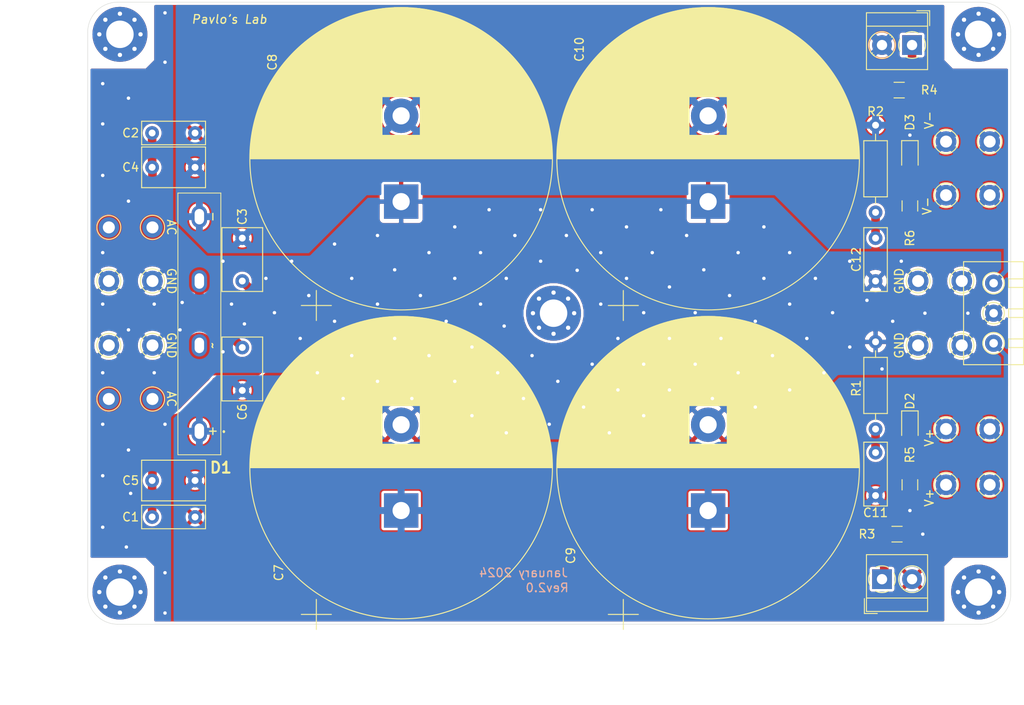
<source format=kicad_pcb>
(kicad_pcb (version 20171130) (host pcbnew "(5.1.6-0)")
  (layers (0 F.Cu signal) (31 B.Cu signal) (34 B.Paste user) (35 F.Paste user) (36 B.SilkS user) (37 F.SilkS user) (38 B.Mask user) (39 F.Mask user) (44 Edge.Cuts user))
  (net 0 "")
  (net 1 GND)
  (net 2 /AC4)
  (net 3 /AC1)
  (net 4 "Net-(J5-Pad1)")
  (net 5 "Net-(J6-Pad1)")
  (net 6 /V+)
  (net 7 /V-)
  (net 8 "Net-(C11-Pad2)")
  (net 9 "Net-(C12-Pad2)")
  (net 10 "Net-(D2-Pad2)")
  (net 11 "Net-(D3-Pad2)")
  (module "local_footprints_lib:TerminalBlock_ Amphenol_01_03_P3.50mm" (layer F.Cu) (at 143 95 90)
    (fp_text reference J13 hide)
    (fp_text value "AUX OUT")
    (pad 3 thru_hole circle (at 3.5 0 90) (size 2 2) (drill 1) (layers *.Cu *.Mask) (net 7 /V-))
    (pad 2 thru_hole circle (at 0 0 90) (size 2 2) (drill 1) (layers *.Cu *.Mask) (net 1 GND))
    (pad 1 thru_hole circle (at -3.5 0 90) (size 2 2) (drill 1) (layers *.Cu *.Mask) (net 6 /V+))
  )
  (module Capacitor_THT:C_Rect_L7.2mm_W4.5mm_P5.00mm_FKS2_FKP2_MKS2_MKP2 (layer F.Cu) (at 55.5 104 90)
    (fp_text reference C6 (at -2.5 0 90) (layer F.SilkS))
    (fp_text value 100n)
    (pad 2 thru_hole circle (at 5 0 90) (size 1.6 1.6) (drill 0.8) (layers *.Cu *.Mask) (net 2 /AC4))
    (pad 1 thru_hole circle (at 0 0 90) (size 1.6 1.6) (drill 0.8) (layers *.Cu *.Mask) (net 6 /V+))
  )
  (module Capacitor_THT:C_Rect_L7.2mm_W4.5mm_P5.00mm_FKS2_FKP2_MKS2_MKP2 (layer F.Cu) (at 45 114.5)
    (fp_text reference C5 (at -2.5 0) (layer F.SilkS))
    (fp_text value 100n)
    (pad 2 thru_hole circle (at 5 0) (size 1.6 1.6) (drill 0.8) (layers *.Cu *.Mask) (net 6 /V+))
    (pad 1 thru_hole circle (at 0 0) (size 1.6 1.6) (drill 0.8) (layers *.Cu *.Mask) (net 3 /AC1))
  )
  (module Capacitor_THT:C_Rect_L7.2mm_W4.5mm_P5.00mm_FKS2_FKP2_MKS2_MKP2 (layer F.Cu) (at 50 78 180)
    (fp_text reference C4 (at 7.5 0) (layer F.SilkS))
    (fp_text value 100n)
    (pad 2 thru_hole circle (at 5 0 180) (size 1.6 1.6) (drill 0.8) (layers *.Cu *.Mask) (net 2 /AC4))
    (pad 1 thru_hole circle (at 0 0 180) (size 1.6 1.6) (drill 0.8) (layers *.Cu *.Mask) (net 7 /V-))
  )
  (module Capacitor_THT:C_Rect_L7.2mm_W4.5mm_P5.00mm_FKS2_FKP2_MKS2_MKP2 (layer F.Cu) (at 55.5 91.25 90)
    (fp_text reference C3 (at 7.5 0 90) (layer F.SilkS))
    (fp_text value 100n)
    (pad 2 thru_hole circle (at 5 0 90) (size 1.6 1.6) (drill 0.8) (layers *.Cu *.Mask) (net 7 /V-))
    (pad 1 thru_hole circle (at 0 0 90) (size 1.6 1.6) (drill 0.8) (layers *.Cu *.Mask) (net 3 /AC1))
  )
  (module Resistor_SMD:R_1206_3216Metric_Pad1.42x1.75mm_HandSolder (layer F.Cu) (at 132 69)
    (fp_text reference R4 (at 3.5 0) (layer F.SilkS))
    (fp_text value 10K)
    (pad 2 smd roundrect (at 1.4875 0) (size 1.425 1.75) (layers F.Cu F.Paste F.Mask) (roundrect_rratio 0.175439) (net 5 "Net-(J6-Pad1)"))
    (pad 1 smd roundrect (at -1.4875 0) (size 1.425 1.75) (layers F.Cu F.Paste F.Mask) (roundrect_rratio 0.175439) (net 1 GND))
  )
  (module Resistor_SMD:R_1206_3216Metric_Pad1.42x1.75mm_HandSolder (layer F.Cu) (at 131.75 120.75 180)
    (fp_text reference R3 (at 3.5 0) (layer F.SilkS))
    (fp_text value 10K)
    (pad 2 smd roundrect (at 1.4875 0 180) (size 1.425 1.75) (layers F.Cu F.Paste F.Mask) (roundrect_rratio 0.175439) (net 4 "Net-(J5-Pad1)"))
    (pad 1 smd roundrect (at -1.4875 0 180) (size 1.425 1.75) (layers F.Cu F.Paste F.Mask) (roundrect_rratio 0.175439) (net 6 /V+))
  )
  (module Resistor_SMD:R_1206_3216Metric_Pad1.42x1.75mm_HandSolder (layer F.Cu) (at 133.25 82.5 90)
    (fp_text reference R6 (at -3.75 0 90) (layer F.SilkS))
    (fp_text value 47K)
    (pad 2 smd roundrect (at 1.4875 0 90) (size 1.425 1.75) (layers F.Cu F.Paste F.Mask) (roundrect_rratio 0.175439) (net 11 "Net-(D3-Pad2)"))
    (pad 1 smd roundrect (at -1.4875 0 90) (size 1.425 1.75) (layers F.Cu F.Paste F.Mask) (roundrect_rratio 0.175439) (net 1 GND))
  )
  (module Resistor_SMD:R_1206_3216Metric_Pad1.42x1.75mm_HandSolder (layer F.Cu) (at 133.25 115 90)
    (fp_text reference R5 (at 3.5 0 90) (layer F.SilkS))
    (fp_text value 47K)
    (pad 2 smd roundrect (at 1.4875 0 90) (size 1.425 1.75) (layers F.Cu F.Paste F.Mask) (roundrect_rratio 0.175439) (net 10 "Net-(D2-Pad2)"))
    (pad 1 smd roundrect (at -1.4875 0 90) (size 1.425 1.75) (layers F.Cu F.Paste F.Mask) (roundrect_rratio 0.175439) (net 6 /V+))
  )
  (module LED_SMD:LED_0805_2012Metric_Pad1.15x1.40mm_HandSolder (layer F.Cu) (at 133.25 76.75 270)
    (fp_text reference D3 (at -4 0 90) (layer F.SilkS))
    (fp_text value LED_SMD)
    (pad 2 smd roundrect (at 1.025 0 270) (size 1.15 1.4) (layers F.Cu F.Paste F.Mask) (roundrect_rratio 0.217391) (net 11 "Net-(D3-Pad2)"))
    (pad 1 smd roundrect (at -1.025 0 270) (size 1.15 1.4) (layers F.Cu F.Paste F.Mask) (roundrect_rratio 0.217391) (net 7 /V-))
  )
  (module LED_SMD:LED_0805_2012Metric_Pad1.15x1.40mm_HandSolder (layer F.Cu) (at 133.25 108.25 270)
    (fp_text reference D2 (at -3 0 90) (layer F.SilkS))
    (fp_text value LED_SMD)
    (pad 2 smd roundrect (at 1.025 0 270) (size 1.15 1.4) (layers F.Cu F.Paste F.Mask) (roundrect_rratio 0.217391) (net 10 "Net-(D2-Pad2)"))
    (pad 1 smd roundrect (at -1.025 0 270) (size 1.15 1.4) (layers F.Cu F.Paste F.Mask) (roundrect_rratio 0.217391) (net 1 GND))
  )
  (module MountingHole:MountingHole_3.2mm_M3_Pad_Via (layer F.Cu) (at 91.75 95)
    (fp_text reference H5 hide)
    (fp_text value MountingHole)
    (pad 1 thru_hole circle (at 1.697056 -1.697056) (size 0.8 0.8) (drill 0.5) (layers *.Cu *.Mask))
    (pad 1 thru_hole circle (at 0 -2.4) (size 0.8 0.8) (drill 0.5) (layers *.Cu *.Mask))
    (pad 1 thru_hole circle (at -1.697056 -1.697056) (size 0.8 0.8) (drill 0.5) (layers *.Cu *.Mask))
    (pad 1 thru_hole circle (at -2.4 0) (size 0.8 0.8) (drill 0.5) (layers *.Cu *.Mask))
    (pad 1 thru_hole circle (at -1.697056 1.697056) (size 0.8 0.8) (drill 0.5) (layers *.Cu *.Mask))
    (pad 1 thru_hole circle (at 0 2.4) (size 0.8 0.8) (drill 0.5) (layers *.Cu *.Mask))
    (pad 1 thru_hole circle (at 1.697056 1.697056) (size 0.8 0.8) (drill 0.5) (layers *.Cu *.Mask))
    (pad 1 thru_hole circle (at 2.4 0) (size 0.8 0.8) (drill 0.5) (layers *.Cu *.Mask))
    (pad 1 thru_hole circle (at 0 0) (size 6.4 6.4) (drill 3.2) (layers *.Cu *.Mask))
  )
  (module Capacitor_THT:CP_Radial_D35.0mm_P10.00mm_SnapIn (layer F.Cu) (at 109.75 82 90)
    (fp_text reference C10 (at 17.75 -15 90) (layer F.SilkS))
    (fp_text value 22,000u)
    (pad 2 thru_hole circle (at 10 0 90) (size 4 4) (drill 2) (layers *.Cu *.Mask) (net 7 /V-))
    (pad 1 thru_hole rect (at 0 0 90) (size 4 4) (drill 2) (layers *.Cu *.Mask) (net 1 GND))
  )
  (module Capacitor_THT:CP_Radial_D35.0mm_P10.00mm_SnapIn (layer F.Cu) (at 109.75 118 90)
    (fp_text reference C9 (at -5.25 -16 90) (layer F.SilkS))
    (fp_text value 22,000u)
    (pad 2 thru_hole circle (at 10 0 90) (size 4 4) (drill 2) (layers *.Cu *.Mask) (net 1 GND))
    (pad 1 thru_hole rect (at 0 0 90) (size 4 4) (drill 2) (layers *.Cu *.Mask) (net 6 /V+))
  )
  (module Capacitor_THT:CP_Radial_D35.0mm_P10.00mm_SnapIn (layer F.Cu) (at 74 82 90)
    (fp_text reference C8 (at 16.25 -15 90) (layer F.SilkS))
    (fp_text value 22,000u)
    (pad 2 thru_hole circle (at 10 0 90) (size 4 4) (drill 2) (layers *.Cu *.Mask) (net 7 /V-))
    (pad 1 thru_hole rect (at 0 0 90) (size 4 4) (drill 2) (layers *.Cu *.Mask) (net 1 GND))
  )
  (module Capacitor_THT:CP_Radial_D35.0mm_P10.00mm_SnapIn (layer F.Cu) (at 74 118 90)
    (fp_text reference C7 (at -7.25 -14.25 90) (layer F.SilkS))
    (fp_text value 22,000u)
    (pad 2 thru_hole circle (at 10 0 90) (size 4 4) (drill 2) (layers *.Cu *.Mask) (net 1 GND))
    (pad 1 thru_hole rect (at 0 0 90) (size 4 4) (drill 2) (layers *.Cu *.Mask) (net 6 /V+))
  )
  (module local_footprints_lib:Terminal_.25_PCB_TAB_TE_Connectivity_P5.08mm_ (layer F.Cu) (at 140 81.25)
    (fp_text reference J12)
    (fp_text value V-)
    (pad 1 thru_hole circle (at 2.54 0) (size 2.4 2.4) (drill 1.4) (layers *.Cu *.Mask) (net 7 /V-))
    (pad 1 thru_hole circle (at -2.54 0) (size 2.4 2.4) (drill 1.4) (layers *.Cu *.Mask) (net 7 /V-))
  )
  (module local_footprints_lib:Terminal_.25_PCB_TAB_TE_Connectivity_P5.08mm_ (layer F.Cu) (at 140 75)
    (fp_text reference J11)
    (fp_text value V-)
    (pad 1 thru_hole circle (at 2.54 0) (size 2.4 2.4) (drill 1.4) (layers *.Cu *.Mask) (net 7 /V-))
    (pad 1 thru_hole circle (at -2.54 0) (size 2.4 2.4) (drill 1.4) (layers *.Cu *.Mask) (net 7 /V-))
  )
  (module local_footprints_lib:Terminal_.25_PCB_TAB_TE_Connectivity_P5.08mm_ (layer F.Cu) (at 136.75 98.75)
    (fp_text reference J10)
    (fp_text value GND)
    (pad 1 thru_hole circle (at 2.54 0) (size 2.4 2.4) (drill 1.4) (layers *.Cu *.Mask) (net 1 GND))
    (pad 1 thru_hole circle (at -2.54 0) (size 2.4 2.4) (drill 1.4) (layers *.Cu *.Mask) (net 1 GND))
  )
  (module local_footprints_lib:Terminal_.25_PCB_TAB_TE_Connectivity_P5.08mm_ (layer F.Cu) (at 136.75 91.25)
    (fp_text reference J9)
    (fp_text value GND)
    (pad 1 thru_hole circle (at 2.54 0) (size 2.4 2.4) (drill 1.4) (layers *.Cu *.Mask) (net 1 GND))
    (pad 1 thru_hole circle (at -2.54 0) (size 2.4 2.4) (drill 1.4) (layers *.Cu *.Mask) (net 1 GND))
  )
  (module local_footprints_lib:Terminal_.25_PCB_TAB_TE_Connectivity_P5.08mm_ (layer F.Cu) (at 140 108.5)
    (fp_text reference J8)
    (fp_text value V+)
    (pad 1 thru_hole circle (at 2.54 0) (size 2.4 2.4) (drill 1.4) (layers *.Cu *.Mask) (net 6 /V+))
    (pad 1 thru_hole circle (at -2.54 0) (size 2.4 2.4) (drill 1.4) (layers *.Cu *.Mask) (net 6 /V+))
  )
  (module local_footprints_lib:Terminal_.25_PCB_TAB_TE_Connectivity_P5.08mm_ (layer F.Cu) (at 140 115)
    (fp_text reference J7)
    (fp_text value V+)
    (pad 1 thru_hole circle (at 2.54 0) (size 2.4 2.4) (drill 1.4) (layers *.Cu *.Mask) (net 6 /V+))
    (pad 1 thru_hole circle (at -2.54 0) (size 2.4 2.4) (drill 1.4) (layers *.Cu *.Mask) (net 6 /V+))
  )
  (module local_footprints_lib:Terminal_.25_PCB_TAB_TE_Connectivity_P5.08mm_ (layer F.Cu) (at 42.5 85)
    (fp_text reference J4)
    (fp_text value AC4)
    (pad 1 thru_hole circle (at 2.54 0) (size 2.4 2.4) (drill 1.4) (layers *.Cu *.Mask) (net 2 /AC4))
    (pad 1 thru_hole circle (at -2.54 0) (size 2.4 2.4) (drill 1.4) (layers *.Cu *.Mask) (net 2 /AC4))
  )
  (module local_footprints_lib:Terminal_.25_PCB_TAB_TE_Connectivity_P5.08mm_ (layer F.Cu) (at 42.5 98.75)
    (fp_text reference J3)
    (fp_text value GND3)
    (pad 1 thru_hole circle (at 2.54 0) (size 2.4 2.4) (drill 1.4) (layers *.Cu *.Mask) (net 1 GND))
    (pad 1 thru_hole circle (at -2.54 0) (size 2.4 2.4) (drill 1.4) (layers *.Cu *.Mask) (net 1 GND))
  )
  (module local_footprints_lib:Terminal_.25_PCB_TAB_TE_Connectivity_P5.08mm_ (layer F.Cu) (at 42.5 91.25)
    (fp_text reference J2)
    (fp_text value GND2)
    (pad 1 thru_hole circle (at 2.54 0) (size 2.4 2.4) (drill 1.4) (layers *.Cu *.Mask) (net 1 GND))
    (pad 1 thru_hole circle (at -2.54 0) (size 2.4 2.4) (drill 1.4) (layers *.Cu *.Mask) (net 1 GND))
  )
  (module local_footprints_lib:Terminal_.25_PCB_TAB_TE_Connectivity_P5.08mm_ (layer F.Cu) (at 42.5 105)
    (fp_text reference J1)
    (fp_text value AC1)
    (pad 1 thru_hole circle (at 2.54 0) (size 2.4 2.4) (drill 1.4) (layers *.Cu *.Mask) (net 3 /AC1))
    (pad 1 thru_hole circle (at -2.54 0) (size 2.4 2.4) (drill 1.4) (layers *.Cu *.Mask) (net 3 /AC1))
  )
  (module Capacitor_THT:C_Rect_L7.2mm_W2.5mm_P5.00mm_FKS2_FKP2_MKS2_MKP2 (layer F.Cu) (at 45 74)
    (fp_text reference C2 (at -2.5 0) (layer F.SilkS))
    (fp_text value 100n)
    (pad 2 thru_hole circle (at 5 0) (size 1.6 1.6) (drill 0.8) (layers *.Cu *.Mask) (net 1 GND))
    (pad 1 thru_hole circle (at 0 0) (size 1.6 1.6) (drill 0.8) (layers *.Cu *.Mask) (net 2 /AC4))
  )
  (module Capacitor_THT:C_Rect_L7.2mm_W2.5mm_P5.00mm_FKS2_FKP2_MKS2_MKP2 (layer F.Cu) (at 45 118.75)
    (fp_text reference C1 (at -2.5 0) (layer F.SilkS))
    (fp_text value 100n)
    (pad 2 thru_hole circle (at 5 0) (size 1.6 1.6) (drill 0.8) (layers *.Cu *.Mask) (net 1 GND))
    (pad 1 thru_hole circle (at 0 0) (size 1.6 1.6) (drill 0.8) (layers *.Cu *.Mask) (net 3 /AC1))
  )
  (module MountingHole:MountingHole_3.2mm_M3_Pad_Via (layer F.Cu) (at 141.25 127.5)
    (fp_text reference H4)
    (fp_text value MountingHole)
    (pad 1 thru_hole circle (at 1.697056 -1.697056) (size 0.8 0.8) (drill 0.5) (layers *.Cu *.Mask))
    (pad 1 thru_hole circle (at 0 -2.4) (size 0.8 0.8) (drill 0.5) (layers *.Cu *.Mask))
    (pad 1 thru_hole circle (at -1.697056 -1.697056) (size 0.8 0.8) (drill 0.5) (layers *.Cu *.Mask))
    (pad 1 thru_hole circle (at -2.4 0) (size 0.8 0.8) (drill 0.5) (layers *.Cu *.Mask))
    (pad 1 thru_hole circle (at -1.697056 1.697056) (size 0.8 0.8) (drill 0.5) (layers *.Cu *.Mask))
    (pad 1 thru_hole circle (at 0 2.4) (size 0.8 0.8) (drill 0.5) (layers *.Cu *.Mask))
    (pad 1 thru_hole circle (at 1.697056 1.697056) (size 0.8 0.8) (drill 0.5) (layers *.Cu *.Mask))
    (pad 1 thru_hole circle (at 2.4 0) (size 0.8 0.8) (drill 0.5) (layers *.Cu *.Mask))
    (pad 1 thru_hole circle (at 0 0) (size 6.4 6.4) (drill 3.2) (layers *.Cu *.Mask))
  )
  (module MountingHole:MountingHole_3.2mm_M3_Pad_Via (layer F.Cu) (at 141.25 62.5)
    (fp_text reference H3)
    (fp_text value MountingHole)
    (pad 1 thru_hole circle (at 1.697056 -1.697056) (size 0.8 0.8) (drill 0.5) (layers *.Cu *.Mask))
    (pad 1 thru_hole circle (at 0 -2.4) (size 0.8 0.8) (drill 0.5) (layers *.Cu *.Mask))
    (pad 1 thru_hole circle (at -1.697056 -1.697056) (size 0.8 0.8) (drill 0.5) (layers *.Cu *.Mask))
    (pad 1 thru_hole circle (at -2.4 0) (size 0.8 0.8) (drill 0.5) (layers *.Cu *.Mask))
    (pad 1 thru_hole circle (at -1.697056 1.697056) (size 0.8 0.8) (drill 0.5) (layers *.Cu *.Mask))
    (pad 1 thru_hole circle (at 0 2.4) (size 0.8 0.8) (drill 0.5) (layers *.Cu *.Mask))
    (pad 1 thru_hole circle (at 1.697056 1.697056) (size 0.8 0.8) (drill 0.5) (layers *.Cu *.Mask))
    (pad 1 thru_hole circle (at 2.4 0) (size 0.8 0.8) (drill 0.5) (layers *.Cu *.Mask))
    (pad 1 thru_hole circle (at 0 0) (size 6.4 6.4) (drill 3.2) (layers *.Cu *.Mask))
  )
  (module MountingHole:MountingHole_3.2mm_M3_Pad_Via (layer F.Cu) (at 41.25 62.5)
    (fp_text reference H2)
    (fp_text value MountingHole)
    (pad 1 thru_hole circle (at 1.697056 -1.697056) (size 0.8 0.8) (drill 0.5) (layers *.Cu *.Mask))
    (pad 1 thru_hole circle (at 0 -2.4) (size 0.8 0.8) (drill 0.5) (layers *.Cu *.Mask))
    (pad 1 thru_hole circle (at -1.697056 -1.697056) (size 0.8 0.8) (drill 0.5) (layers *.Cu *.Mask))
    (pad 1 thru_hole circle (at -2.4 0) (size 0.8 0.8) (drill 0.5) (layers *.Cu *.Mask))
    (pad 1 thru_hole circle (at -1.697056 1.697056) (size 0.8 0.8) (drill 0.5) (layers *.Cu *.Mask))
    (pad 1 thru_hole circle (at 0 2.4) (size 0.8 0.8) (drill 0.5) (layers *.Cu *.Mask))
    (pad 1 thru_hole circle (at 1.697056 1.697056) (size 0.8 0.8) (drill 0.5) (layers *.Cu *.Mask))
    (pad 1 thru_hole circle (at 2.4 0) (size 0.8 0.8) (drill 0.5) (layers *.Cu *.Mask))
    (pad 1 thru_hole circle (at 0 0) (size 6.4 6.4) (drill 3.2) (layers *.Cu *.Mask))
  )
  (module MountingHole:MountingHole_3.2mm_M3_Pad_Via (layer F.Cu) (at 41.25 127.5)
    (fp_text reference H1)
    (fp_text value MountingHole)
    (pad 1 thru_hole circle (at 1.697056 -1.697056) (size 0.8 0.8) (drill 0.5) (layers *.Cu *.Mask))
    (pad 1 thru_hole circle (at 0 -2.4) (size 0.8 0.8) (drill 0.5) (layers *.Cu *.Mask))
    (pad 1 thru_hole circle (at -1.697056 -1.697056) (size 0.8 0.8) (drill 0.5) (layers *.Cu *.Mask))
    (pad 1 thru_hole circle (at -2.4 0) (size 0.8 0.8) (drill 0.5) (layers *.Cu *.Mask))
    (pad 1 thru_hole circle (at -1.697056 1.697056) (size 0.8 0.8) (drill 0.5) (layers *.Cu *.Mask))
    (pad 1 thru_hole circle (at 0 2.4) (size 0.8 0.8) (drill 0.5) (layers *.Cu *.Mask))
    (pad 1 thru_hole circle (at 1.697056 1.697056) (size 0.8 0.8) (drill 0.5) (layers *.Cu *.Mask))
    (pad 1 thru_hole circle (at 2.4 0) (size 0.8 0.8) (drill 0.5) (layers *.Cu *.Mask))
    (pad 1 thru_hole circle (at 0 0) (size 6.4 6.4) (drill 3.2) (layers *.Cu *.Mask))
  )
  (module TerminalBlock_MetzConnect:TerminalBlock_MetzConnect_Type059_RT06302HBWC_1x02_P3.50mm_Horizontal (layer F.Cu) (at 133.5 63.75 180)
    (fp_text reference J6)
    (fp_text value LED)
    (pad 2 thru_hole circle (at 3.5 0 180) (size 2.3 2.3) (drill 1.2) (layers *.Cu *.Mask) (net 7 /V-))
    (pad 1 thru_hole rect (at 0 0 180) (size 2.3 2.3) (drill 1.2) (layers *.Cu *.Mask) (net 5 "Net-(J6-Pad1)"))
  )
  (module TerminalBlock_MetzConnect:TerminalBlock_MetzConnect_Type059_RT06302HBWC_1x02_P3.50mm_Horizontal (layer F.Cu) (at 130 126)
    (fp_text reference J5)
    (fp_text value LED)
    (pad 2 thru_hole circle (at 3.5 0) (size 2.3 2.3) (drill 1.2) (layers *.Cu *.Mask) (net 1 GND))
    (pad 1 thru_hole rect (at 0 0) (size 2.3 2.3) (drill 1.2) (layers *.Cu *.Mask) (net 4 "Net-(J5-Pad1)"))
  )
  (module Resistor_THT:R_Axial_DIN0207_L6.3mm_D2.5mm_P10.16mm_Horizontal (layer F.Cu) (at 129.25 83.25 90)
    (fp_text reference R2 (at 11.75 0 180) (layer F.SilkS))
    (fp_text value 10R)
    (pad 2 thru_hole oval (at 10.16 0 90) (size 1.6 1.6) (drill 0.8) (layers *.Cu *.Mask) (net 7 /V-))
    (pad 1 thru_hole circle (at 0 0 90) (size 1.6 1.6) (drill 0.8) (layers *.Cu *.Mask) (net 9 "Net-(C12-Pad2)"))
  )
  (module Resistor_THT:R_Axial_DIN0207_L6.3mm_D2.5mm_P10.16mm_Horizontal (layer F.Cu) (at 129.25 108.5 90)
    (fp_text reference R1 (at 4.75 -2.25 90) (layer F.SilkS))
    (fp_text value 10R)
    (pad 2 thru_hole oval (at 10.16 0 90) (size 1.6 1.6) (drill 0.8) (layers *.Cu *.Mask) (net 1 GND))
    (pad 1 thru_hole circle (at 0 0 90) (size 1.6 1.6) (drill 0.8) (layers *.Cu *.Mask) (net 8 "Net-(C11-Pad2)"))
  )
  (module local_footprints_lib:PB3510E345 (layer F.Cu) (at 50.5 95 90)
    (fp_text reference D1 (at -18 2.5 180) (layer F.SilkS) (effects (font (size 1.27 1.27) (thickness 0.254))))
    (fp_text value PB3510 hide)
    (fp_text user ~ (at -3.75 1.5 90) (layer F.SilkS))
    (fp_text user - (at 11.25 1.5 90) (layer F.SilkS))
    (fp_text user + (at -13.75 1.5 90) (layer F.SilkS))
    (pad 4 thru_hole oval (at 11.25 0 90) (size 2.6 1.8) (drill oval 1.8 1.1) (layers *.Cu *.Mask) (net 7 /V-))
    (pad 3 thru_hole oval (at 3.75 0 90) (size 2.6 1.8) (drill oval 1.8 1.1) (layers *.Cu *.Mask) (net 2 /AC4))
    (pad 2 thru_hole oval (at -3.75 0 90) (size 2.6 1.8) (drill oval 1.8 1.1) (layers *.Cu *.Mask) (net 3 /AC1))
    (pad 1 thru_hole oval (at -13.75 0 90) (size 2.6 1.8) (drill oval 1.8 1.1) (layers *.Cu *.Mask) (net 6 /V+))
  )
  (module Capacitor_THT:C_Rect_L7.2mm_W2.5mm_P5.00mm_FKS2_FKP2_MKS2_MKP2 (layer F.Cu) (at 129.25 91.25 90)
    (fp_text reference C12 (at 2.5 -2.25 90) (layer F.SilkS))
    (fp_text value 100n)
    (pad 2 thru_hole circle (at 5 0 90) (size 1.6 1.6) (drill 0.8) (layers *.Cu *.Mask) (net 9 "Net-(C12-Pad2)"))
    (pad 1 thru_hole circle (at 0 0 90) (size 1.6 1.6) (drill 0.8) (layers *.Cu *.Mask) (net 1 GND))
  )
  (module Capacitor_THT:C_Rect_L7.2mm_W2.5mm_P5.00mm_FKS2_FKP2_MKS2_MKP2 (layer F.Cu) (at 129.25 116.25 90)
    (fp_text reference C11 (at -2 0 180) (layer F.SilkS))
    (fp_text value 100n)
    (pad 2 thru_hole circle (at 5 0 90) (size 1.6 1.6) (drill 0.8) (layers *.Cu *.Mask) (net 8 "Net-(C11-Pad2)"))
    (pad 1 thru_hole circle (at 0 0 90) (size 1.6 1.6) (drill 0.8) (layers *.Cu *.Mask) (net 6 /V+))
  )
  (gr_arc (start 141.5 127.75) (end 141.5 131.25) (angle -90) (layer Edge.Cuts) (width 0.05))
  (gr_arc (start 41 127.75) (end 37.5 127.75) (angle -90) (layer Edge.Cuts) (width 0.05))
  (gr_arc (start 41 62.25) (end 41 58.75) (angle -90) (layer Edge.Cuts) (width 0.05))
  (gr_arc (start 141.5 62.25) (end 145 62.25) (angle -90) (layer Edge.Cuts) (width 0.05))
  (gr_text "January 2024" (at 88.25 125.25) (layer B.SilkS) (effects (font (size 1 1)) (justify mirror)))
  (gr_text Rev2.0 (at 91 127) (layer B.SilkS) (effects (font (size 1 1)) (justify mirror)))
  (gr_text "Pavlo’s Lab" (at 54 60.75) (layer F.SilkS) (effects (font (size 1 1) (thickness 0.15) italic)))
  (gr_text V- (at 135.5 72.5 90) (layer F.SilkS) (effects (font (size 1 1))))
  (gr_text V- (at 135.25 82.5 90) (layer F.SilkS) (effects (font (size 1 1))))
  (gr_text V+ (at 135.5 116.5 90) (layer F.SilkS) (effects (font (size 1 1))))
  (gr_text V+ (at 135.5 109.5 90) (layer F.SilkS) (effects (font (size 1 1))))
  (gr_text GND (at 132 91.25 90) (layer F.SilkS) (effects (font (size 1 1))))
  (gr_text GND (at 132 98.75 90) (layer F.SilkS) (effects (font (size 1 1))))
  (gr_text GND (at 47.25 98.75 270) (layer F.SilkS) (effects (font (size 1 1))))
  (gr_text GND (at 47.25 91.25 270) (layer F.SilkS) (effects (font (size 1 1))))
  (gr_text AC (at 47.25 105 270) (layer F.SilkS) (effects (font (size 1 1))))
  (gr_text AC (at 47.25 85 270) (layer F.SilkS) (effects (font (size 1 1))))
  (gr_line (start 37.5 127.75) (end 37.5 62.25) (layer Edge.Cuts) (width 0.05))
  (gr_line (start 141.5 131.25) (end 41 131.25) (layer Edge.Cuts) (width 0.05))
  (gr_line (start 145 62.25) (end 145 127.75) (layer Edge.Cuts) (width 0.05))
  (gr_line (start 41 58.75) (end 141.5 58.75) (layer Edge.Cuts) (width 0.05))
  (via (at 39.246429 68.25) (size 0.8) (drill 0.4) (layers F.Cu B.Cu) (net 1))
  (via (at 39.246429 72.9425) (size 0.8) (drill 0.4) (layers F.Cu B.Cu) (net 1))
  (via (at 39.246429 78.9425) (size 0.8) (drill 0.4) (layers F.Cu B.Cu) (net 1))
  (via (at 39.246429 87.9425) (size 0.8) (drill 0.4) (layers F.Cu B.Cu) (net 1))
  (via (at 39.246429 93.9425) (size 0.8) (drill 0.4) (layers F.Cu B.Cu) (net 1))
  (via (at 39.246429 101.9425) (size 0.8) (drill 0.4) (layers F.Cu B.Cu) (net 1))
  (via (at 39.246429 107.9425) (size 0.8) (drill 0.4) (layers F.Cu B.Cu) (net 1))
  (via (at 39.246429 113.9425) (size 0.8) (drill 0.4) (layers F.Cu B.Cu) (net 1))
  (via (at 39.246429 119.9425) (size 0.8) (drill 0.4) (layers F.Cu B.Cu) (net 1))
  (via (at 42.246429 69.9425) (size 0.8) (drill 0.4) (layers F.Cu B.Cu) (net 1))
  (via (at 42.246429 81.9425) (size 0.8) (drill 0.4) (layers F.Cu B.Cu) (net 1))
  (via (at 42.246429 96.9425) (size 0.8) (drill 0.4) (layers F.Cu B.Cu) (net 1))
  (via (at 42.246429 110.9425) (size 0.8) (drill 0.4) (layers F.Cu B.Cu) (net 1))
  (via (at 42.5 116) (size 0.8) (drill 0.4) (layers F.Cu B.Cu) (net 1))
  (via (at 42 122.25) (size 0.8) (drill 0.4) (layers F.Cu B.Cu) (net 1))
  (via (at 46.5 60) (size 0.8) (drill 0.4) (layers F.Cu B.Cu) (net 1))
  (via (at 46.5 65.75) (size 0.8) (drill 0.4) (layers F.Cu B.Cu) (net 1))
  (via (at 45.246429 93.9425) (size 0.8) (drill 0.4) (layers F.Cu B.Cu) (net 1))
  (via (at 45.246429 101.9425) (size 0.8) (drill 0.4) (layers F.Cu B.Cu) (net 1))
  (via (at 46.5 129.9425) (size 0.8) (drill 0.4) (layers F.Cu B.Cu) (net 1))
  (via (at 46.5 107.9425) (size 0.8) (drill 0.4) (layers F.Cu B.Cu) (net 1))
  (via (at 46.5 125.25) (size 0.8) (drill 0.4) (layers F.Cu B.Cu) (net 1))
  (via (at 48.246429 96.9425) (size 0.8) (drill 0.4) (layers F.Cu B.Cu) (net 1))
  (via (at 53.246429 88.9425) (size 0.8) (drill 0.4) (layers F.Cu B.Cu) (net 1))
  (via (at 54.246429 93.9425) (size 0.8) (drill 0.4) (layers F.Cu B.Cu) (net 1))
  (via (at 58.25 90.9425) (size 0.8) (drill 0.4) (layers F.Cu B.Cu) (net 1))
  (via (at 59.246429 94.9425) (size 0.8) (drill 0.4) (layers F.Cu B.Cu) (net 1))
  (via (at 61.246429 88.9425) (size 0.8) (drill 0.4) (layers F.Cu B.Cu) (net 1))
  (via (at 62.246429 97.9425) (size 0.8) (drill 0.4) (layers F.Cu B.Cu) (net 1))
  (via (at 63.246429 92.9425) (size 0.8) (drill 0.4) (layers F.Cu B.Cu) (net 1))
  (via (at 64.246429 101.9425) (size 0.8) (drill 0.4) (layers F.Cu B.Cu) (net 1))
  (via (at 66.246429 86.9425) (size 0.8) (drill 0.4) (layers F.Cu B.Cu) (net 1))
  (via (at 66.246429 95.9425) (size 0.8) (drill 0.4) (layers F.Cu B.Cu) (net 1))
  (via (at 67.246429 104.9425) (size 0.8) (drill 0.4) (layers F.Cu B.Cu) (net 1))
  (via (at 68.246429 90.9425) (size 0.8) (drill 0.4) (layers F.Cu B.Cu) (net 1))
  (via (at 68.246429 99.9425) (size 0.8) (drill 0.4) (layers F.Cu B.Cu) (net 1))
  (via (at 71.246429 85.9425) (size 0.8) (drill 0.4) (layers F.Cu B.Cu) (net 1))
  (via (at 71.246429 93.9425) (size 0.8) (drill 0.4) (layers F.Cu B.Cu) (net 1))
  (via (at 71.246429 102.9425) (size 0.8) (drill 0.4) (layers F.Cu B.Cu) (net 1))
  (via (at 73.246429 89.9425) (size 0.8) (drill 0.4) (layers F.Cu B.Cu) (net 1))
  (via (at 73.246429 97.9425) (size 0.8) (drill 0.4) (layers F.Cu B.Cu) (net 1))
  (via (at 75.246429 104.9425) (size 0.8) (drill 0.4) (layers F.Cu B.Cu) (net 1))
  (via (at 76.246429 92.9425) (size 0.8) (drill 0.4) (layers F.Cu B.Cu) (net 1))
  (via (at 77.246429 87.9425) (size 0.8) (drill 0.4) (layers F.Cu B.Cu) (net 1))
  (via (at 77.246429 99.9425) (size 0.8) (drill 0.4) (layers F.Cu B.Cu) (net 1))
  (via (at 79.246429 95.9425) (size 0.8) (drill 0.4) (layers F.Cu B.Cu) (net 1))
  (via (at 80.246429 84.9425) (size 0.8) (drill 0.4) (layers F.Cu B.Cu) (net 1))
  (via (at 80.246429 90.9425) (size 0.8) (drill 0.4) (layers F.Cu B.Cu) (net 1))
  (via (at 80.246429 102.9425) (size 0.8) (drill 0.4) (layers F.Cu B.Cu) (net 1))
  (via (at 82.246429 98.9425) (size 0.8) (drill 0.4) (layers F.Cu B.Cu) (net 1))
  (via (at 82.246429 106.9425) (size 0.8) (drill 0.4) (layers F.Cu B.Cu) (net 1))
  (via (at 83.246429 87.9425) (size 0.8) (drill 0.4) (layers F.Cu B.Cu) (net 1))
  (via (at 83.246429 93.9425) (size 0.8) (drill 0.4) (layers F.Cu B.Cu) (net 1))
  (via (at 84.246429 82.9425) (size 0.8) (drill 0.4) (layers F.Cu B.Cu) (net 1))
  (via (at 85.246429 101.9425) (size 0.8) (drill 0.4) (layers F.Cu B.Cu) (net 1))
  (via (at 86.246429 90.9425) (size 0.8) (drill 0.4) (layers F.Cu B.Cu) (net 1))
  (via (at 86.246429 108.9425) (size 0.8) (drill 0.4) (layers F.Cu B.Cu) (net 1))
  (via (at 87.246429 85.9425) (size 0.8) (drill 0.4) (layers F.Cu B.Cu) (net 1))
  (via (at 88.246429 104.9425) (size 0.8) (drill 0.4) (layers F.Cu B.Cu) (net 1))
  (via (at 89.246429 99.9425) (size 0.8) (drill 0.4) (layers F.Cu B.Cu) (net 1))
  (via (at 90.246429 82.9425) (size 0.8) (drill 0.4) (layers F.Cu B.Cu) (net 1))
  (via (at 90.246429 88.9425) (size 0.8) (drill 0.4) (layers F.Cu B.Cu) (net 1))
  (via (at 91.246429 107.9425) (size 0.8) (drill 0.4) (layers F.Cu B.Cu) (net 1))
  (via (at 92.246429 102.9425) (size 0.8) (drill 0.4) (layers F.Cu B.Cu) (net 1))
  (via (at 93.246429 85.9425) (size 0.8) (drill 0.4) (layers F.Cu B.Cu) (net 1))
  (via (at 86 96.5) (size 0.8) (drill 0.4) (layers F.Cu B.Cu) (net 1))
  (via (at 95.246429 105.9425) (size 0.8) (drill 0.4) (layers F.Cu B.Cu) (net 1))
  (via (at 96.246429 82.9425) (size 0.8) (drill 0.4) (layers F.Cu B.Cu) (net 1))
  (via (at 96.246429 100.9425) (size 0.8) (drill 0.4) (layers F.Cu B.Cu) (net 1))
  (via (at 97.246429 87.9425) (size 0.8) (drill 0.4) (layers F.Cu B.Cu) (net 1))
  (via (at 97.246429 93.9425) (size 0.8) (drill 0.4) (layers F.Cu B.Cu) (net 1))
  (via (at 98.246429 108.9425) (size 0.8) (drill 0.4) (layers F.Cu B.Cu) (net 1))
  (via (at 99.246429 97.9425) (size 0.8) (drill 0.4) (layers F.Cu B.Cu) (net 1))
  (via (at 99.246429 103.9425) (size 0.8) (drill 0.4) (layers F.Cu B.Cu) (net 1))
  (via (at 100.246429 84.9425) (size 0.8) (drill 0.4) (layers F.Cu B.Cu) (net 1))
  (via (at 100.246429 90.9425) (size 0.8) (drill 0.4) (layers F.Cu B.Cu) (net 1))
  (via (at 102.246429 94.9425) (size 0.8) (drill 0.4) (layers F.Cu B.Cu) (net 1))
  (via (at 102.246429 100.9425) (size 0.8) (drill 0.4) (layers F.Cu B.Cu) (net 1))
  (via (at 102.246429 106.9425) (size 0.8) (drill 0.4) (layers F.Cu B.Cu) (net 1))
  (via (at 103.246429 87.9425) (size 0.8) (drill 0.4) (layers F.Cu B.Cu) (net 1))
  (via (at 104.246429 82.9425) (size 0.8) (drill 0.4) (layers F.Cu B.Cu) (net 1))
  (via (at 105.246429 91.9425) (size 0.8) (drill 0.4) (layers F.Cu B.Cu) (net 1))
  (via (at 105.246429 97.9425) (size 0.8) (drill 0.4) (layers F.Cu B.Cu) (net 1))
  (via (at 105.246429 103.9425) (size 0.8) (drill 0.4) (layers F.Cu B.Cu) (net 1))
  (via (at 107.246429 85.9425) (size 0.8) (drill 0.4) (layers F.Cu B.Cu) (net 1))
  (via (at 108.246429 94.9425) (size 0.8) (drill 0.4) (layers F.Cu B.Cu) (net 1))
  (via (at 108.246429 100.9425) (size 0.8) (drill 0.4) (layers F.Cu B.Cu) (net 1))
  (via (at 109.246429 89.9425) (size 0.8) (drill 0.4) (layers F.Cu B.Cu) (net 1))
  (via (at 110.246429 104.9425) (size 0.8) (drill 0.4) (layers F.Cu B.Cu) (net 1))
  (via (at 111.246429 97.9425) (size 0.8) (drill 0.4) (layers F.Cu B.Cu) (net 1))
  (via (at 112.246429 92.9425) (size 0.8) (drill 0.4) (layers F.Cu B.Cu) (net 1))
  (via (at 113.246429 87.9425) (size 0.8) (drill 0.4) (layers F.Cu B.Cu) (net 1))
  (via (at 113.246429 101.9425) (size 0.8) (drill 0.4) (layers F.Cu B.Cu) (net 1))
  (via (at 115.246429 95.9425) (size 0.8) (drill 0.4) (layers F.Cu B.Cu) (net 1))
  (via (at 115.246429 105.9425) (size 0.8) (drill 0.4) (layers F.Cu B.Cu) (net 1))
  (via (at 116.246429 84.9425) (size 0.8) (drill 0.4) (layers F.Cu B.Cu) (net 1))
  (via (at 116.246429 90.9425) (size 0.8) (drill 0.4) (layers F.Cu B.Cu) (net 1))
  (via (at 117.246429 99.9425) (size 0.8) (drill 0.4) (layers F.Cu B.Cu) (net 1))
  (via (at 119.246429 87.9425) (size 0.8) (drill 0.4) (layers F.Cu B.Cu) (net 1))
  (via (at 119.246429 93.9425) (size 0.8) (drill 0.4) (layers F.Cu B.Cu) (net 1))
  (via (at 119.246429 103.9425) (size 0.8) (drill 0.4) (layers F.Cu B.Cu) (net 1))
  (via (at 121.246429 97.9425) (size 0.8) (drill 0.4) (layers F.Cu B.Cu) (net 1))
  (via (at 122.246429 90.9425) (size 0.8) (drill 0.4) (layers F.Cu B.Cu) (net 1))
  (via (at 123.246429 101.9425) (size 0.8) (drill 0.4) (layers F.Cu B.Cu) (net 1))
  (via (at 124.246429 94.9425) (size 0.8) (drill 0.4) (layers F.Cu B.Cu) (net 1))
  (via (at 126.246429 88.9425) (size 0.8) (drill 0.4) (layers F.Cu B.Cu) (net 1))
  (via (at 126.246429 98.9425) (size 0.8) (drill 0.4) (layers F.Cu B.Cu) (net 1))
  (via (at 128.246429 93.5) (size 0.8) (drill 0.4) (layers F.Cu B.Cu) (net 1))
  (via (at 130 101.5) (size 0.8) (drill 0.4) (layers F.Cu B.Cu) (net 1))
  (via (at 131.246429 95.9425) (size 0.8) (drill 0.4) (layers F.Cu B.Cu) (net 1))
  (via (at 132.246429 88.9425) (size 0.8) (drill 0.4) (layers F.Cu B.Cu) (net 1))
  (via (at 135 95) (size 0.8) (drill 0.4) (layers F.Cu B.Cu) (net 1))
  (via (at 140 95) (size 0.8) (drill 0.4) (layers F.Cu B.Cu) (net 1))
  (via (at 94.5 90) (size 0.8) (drill 0.4) (layers F.Cu B.Cu) (net 1))
  (via (at 55.75 96.25) (size 0.8) (drill 0.4) (layers F.Cu B.Cu) (net 1))
  (via (at 48.5 93.75) (size 0.8) (drill 0.4) (layers F.Cu B.Cu) (net 1))
  (via (at 53.25 99.5) (size 0.8) (drill 0.4) (layers F.Cu B.Cu) (net 1))
  (segment (start 39.96 85) (end 45.04 85) (width 3) (layer F.Cu) (net 2))
  (segment (start 50.5 90.46) (end 45.04 85) (width 3) (layer F.Cu) (net 2))
  (segment (start 50.5 91.25) (end 50.5 90.46) (width 3) (layer F.Cu) (net 2))
  (segment (start 45 84.96) (end 45.04 85) (width 1) (layer F.Cu) (net 2))
  (segment (start 45.04 78.04) (end 45 78) (width 1) (layer F.Cu) (net 2))
  (segment (start 45.04 85) (end 45.04 78.04) (width 1) (layer F.Cu) (net 2))
  (segment (start 45 74) (end 45 78) (width 1) (layer F.Cu) (net 2))
  (segment (start 50.5 94) (end 50.5 91.25) (width 1) (layer F.Cu) (net 2))
  (segment (start 55.5 99) (end 50.5 94) (width 1) (layer F.Cu) (net 2))
  (segment (start 39.96 105) (end 45.04 105) (width 3) (layer F.Cu) (net 3))
  (segment (start 47.25 105) (end 45.04 105) (width 3) (layer F.Cu) (net 3))
  (segment (start 50.5 101.75) (end 47.25 105) (width 3) (layer F.Cu) (net 3))
  (segment (start 50.5 99.25) (end 50.5 101.75) (width 3) (layer F.Cu) (net 3))
  (segment (start 50.5 98.75) (end 50.5 99.25) (width 3) (layer F.Cu) (net 3))
  (segment (start 45 105.04) (end 45.04 105) (width 1) (layer F.Cu) (net 3))
  (segment (start 45.04 114.46) (end 45 114.5) (width 1) (layer F.Cu) (net 3))
  (segment (start 45.04 105) (end 45.04 114.46) (width 1) (layer F.Cu) (net 3))
  (segment (start 45 118.75) (end 45 114.5) (width 1) (layer F.Cu) (net 3))
  (segment (start 57.5 93.25) (end 55.5 91.25) (width 1) (layer F.Cu) (net 3))
  (segment (start 50.5 101.75) (end 57.25 101.75) (width 1) (layer F.Cu) (net 3))
  (segment (start 57.25 101.75) (end 58.75 100.25) (width 1) (layer F.Cu) (net 3))
  (segment (start 58.75 97) (end 57.5 95.75) (width 1) (layer F.Cu) (net 3))
  (segment (start 58.75 100.25) (end 58.75 97) (width 1) (layer F.Cu) (net 3))
  (segment (start 57.5 95.75) (end 57.5 93.25) (width 1) (layer F.Cu) (net 3))
  (segment (start 130.2625 125.7375) (end 130 126) (width 1) (layer F.Cu) (net 4))
  (segment (start 130.2625 120.75) (end 130.2625 125.7375) (width 1) (layer F.Cu) (net 4))
  (segment (start 133.5 63.75) (end 133.5 68.9875) (width 1) (layer F.Cu) (net 5))
  (via (at 133.25 118) (size 0.8) (drill 0.4) (layers F.Cu B.Cu) (net 6))
  (segment (start 133.25 116.4875) (end 133.25 118) (width 1) (layer F.Cu) (net 6))
  (via (at 134.75 120.75) (size 0.8) (drill 0.4) (layers F.Cu B.Cu) (net 6))
  (segment (start 133.2375 120.75) (end 134.75 120.75) (width 1) (layer F.Cu) (net 6))
  (segment (start 143 98.5) (end 144.42499 99.92499) (width 0.5) (layer B.Cu) (net 6))
  (segment (start 144.42499 99.92499) (end 144.42499 103.5) (width 0.5) (layer B.Cu) (net 6))
  (via (at 133.25 74.25) (size 0.8) (drill 0.4) (layers F.Cu B.Cu) (net 7))
  (segment (start 133.25 75.725) (end 133.25 74.25) (width 1) (layer F.Cu) (net 7))
  (segment (start 143 91.5) (end 144.42499 90.07501) (width 0.5) (layer B.Cu) (net 7))
  (segment (start 144.42499 90.07501) (end 144.42499 86.25) (width 0.5) (layer B.Cu) (net 7))
  (segment (start 129.25 108.5) (end 129.25 111.25) (width 1) (layer F.Cu) (net 8))
  (segment (start 129.25 83.25) (end 129.25 86.25) (width 1) (layer F.Cu) (net 9))
  (segment (start 133.25 109.275) (end 133.25 113.5125) (width 1) (layer F.Cu) (net 10))
  (segment (start 133.25 81.0125) (end 133.25 77.775) (width 1) (layer F.Cu) (net 11))
  (zone (net 0) (net_name "") (layers F&B.Cu) (connect_pads (clearance 0.3)) (min_thickness 0.254)
    (keepout (tracks not_allowed) (vias not_allowed) (copperpour not_allowed))
    (fill (arc_segments 32) (thermal_gap 0.508) (thermal_bridge_width 0.508))
    (polygon (pts (xy 145 66.5) (xy 138.25 66.5) (xy 137.25 65.5) (xy 137.25 58.75) (xy 145 58.75)))
  )
  (zone (net 7) (net_name /V-) (layer B.Cu) (priority 1) (connect_pads (clearance 0.3)) (min_thickness 0.3) (fill yes (arc_segments 32) (thermal_gap 0.5) (thermal_bridge_width 0.8))
    (polygon (pts (xy 145 87.5) (xy 123.75 87.5) (xy 117.5 81.25) (xy 70 81.25) (xy 63.25 88) (xy 51.5 88) (xy 47.75 84.25) (xy 47.75 58.75) (xy 145 58.75)))
  )
  (zone (net 1) (net_name GND) (layer F.Cu) (connect_pads (clearance 0.3)) (min_thickness 0.3) (fill yes (arc_segments 32) (thermal_gap 0.5) (thermal_bridge_width 0.5))
    (polygon (pts (xy 145.25 131.5) (xy 37.25 131.5) (xy 37.25 58.5) (xy 145.25 58.5)))
  )
  (zone (net 1) (net_name GND) (layer B.Cu) (connect_pads (clearance 0.3)) (min_thickness 0.3) (fill yes (arc_segments 32) (thermal_gap 0.5) (thermal_bridge_width 0.5))
    (polygon (pts (xy 145.25 131.5) (xy 37.25 131.5) (xy 37.25 58.5) (xy 145.25 58.5)))
  )
  (zone (net 6) (net_name /V+) (layer B.Cu) (priority 1) (connect_pads (clearance 0.3)) (min_thickness 0.3) (fill yes (arc_segments 32) (thermal_gap 0.5) (thermal_bridge_width 0.8))
    (polygon (pts (xy 70 110) (xy 117.5 110) (xy 125 102.5) (xy 145 102.5) (xy 145 131.25) (xy 47.5 131.25) (xy 47.5 107.25) (xy 52.5 102.25) (xy 62.25 102.25)))
  )
  (zone (net 0) (net_name "") (layers F&B.Cu) (connect_pads (clearance 0.3)) (min_thickness 0.254)
    (keepout (tracks not_allowed) (vias not_allowed) (copperpour not_allowed))
    (fill (arc_segments 32) (thermal_gap 0.508) (thermal_bridge_width 0.508))
    (polygon (pts (xy 145 123.5) (xy 138.25 123.5) (xy 137.25 124.5) (xy 137.25 131.25) (xy 145 131.25)))
  )
  (zone (net 0) (net_name "") (layers F&B.Cu) (connect_pads (clearance 0.3)) (min_thickness 0.254)
    (keepout (tracks not_allowed) (vias not_allowed) (copperpour not_allowed))
    (fill (arc_segments 32) (thermal_gap 0.508) (thermal_bridge_width 0.508))
    (polygon (pts (xy 45.25 58.75) (xy 45.25 65.5) (xy 44.25 66.5) (xy 37.5 66.5) (xy 37.5 58.75)))
  )
  (zone (net 0) (net_name "") (layers F&B.Cu) (connect_pads (clearance 0.3)) (min_thickness 0.254)
    (keepout (tracks not_allowed) (vias not_allowed) (copperpour not_allowed))
    (fill (arc_segments 32) (thermal_gap 0.508) (thermal_bridge_width 0.508))
    (polygon (pts (xy 45.25 131.25) (xy 45.25 124.5) (xy 44.25 123.5) (xy 37.5 123.5) (xy 37.5 131.25)))
  )
)
</source>
